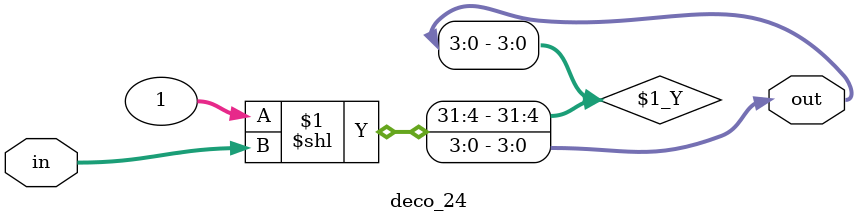
<source format=v>
`timescale 1ns / 1ps



module deco_24 (
    input wire [1:0] in,
    output wire [3:0] out
);
    assign out = 1 << in;
endmodule

</source>
